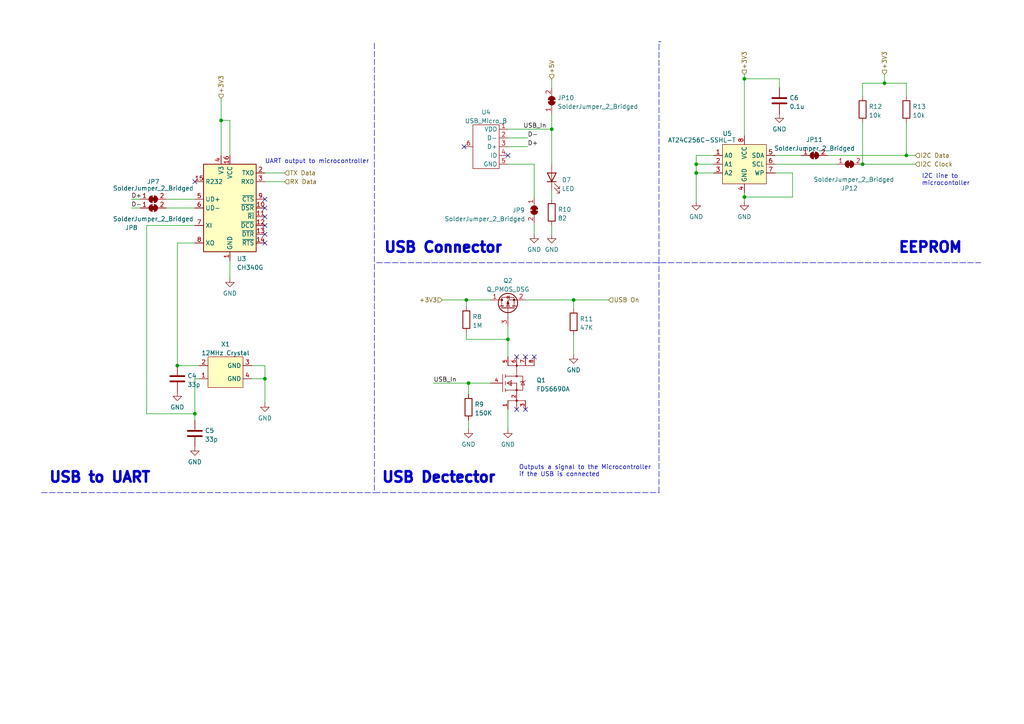
<source format=kicad_sch>
(kicad_sch (version 20211123) (generator eeschema)
  (paper "A4")
  (title_block (title "Microcontroller Interfacing") (date "2022-03-09") (rev "v1.0") (company "University of Cape Town") (comment 1 "Chips used here are EEPROM and FTDI chip (convert between USB connector and UART)") (comment 2 "External Pins connect to STM325f0 Discovery Board") (comment 3 "I2C is being used to connect EEPROM to microcontroller") (comment 4 "Authors: Heather Wimberley"))
  (lib_symbols
    (symbol "Device:C" (pin_numbers hide) (pin_names (offset 0.254))
      (property "Reference" "C" (at 0.635 2.54 0))
      (property "Value" "C" (at 0.635 -2.54 0))
      (symbol "C_0_1"
        (polyline (pts (xy -2.032 -0.762) (xy 2.032 -0.762)) (stroke (width 0.508)))
        (polyline (pts (xy -2.032 0.762) (xy 2.032 0.762)) (stroke (width 0.508)))
      )
      (symbol "C_1_1"
        (pin passive line (at 0 3.81 270) (length 2.794) (name "~") (number "1"))
        (pin passive line (at 0 -3.81 90) (length 2.794) (name "~") (number "2"))
      )
    )
    (symbol "Device:LED" (pin_numbers hide) (pin_names (offset 1.016) hide)
      (property "Reference" "D" (at 0 2.54 0))
      (property "Value" "LED" (at 0 -2.54 0))
      (symbol "LED_0_1"
        (polyline (pts (xy -1.27 -1.27) (xy -1.27 1.27)) (stroke (width 0.254)))
        (polyline (pts (xy -1.27 0) (xy 1.27 0)))
        (polyline (pts (xy 1.27 -1.27) (xy 1.27 1.27) (xy -1.27 0) (xy 1.27 -1.27)) (stroke (width 0.254)))
        (polyline (pts (xy -3.048 -0.762) (xy -4.572 -2.286) (xy -3.81 -2.286) (xy -4.572 -2.286) (xy -4.572 -1.524)))
        (polyline (pts (xy -1.778 -0.762) (xy -3.302 -2.286) (xy -2.54 -2.286) (xy -3.302 -2.286) (xy -3.302 -1.524)))
      )
      (symbol "LED_1_1"
        (pin passive line (at -3.81 0 0) (length 2.54) (name "K") (number "1"))
        (pin passive line (at 3.81 0 180) (length 2.54) (name "A") (number "2"))
      )
    )
    (symbol "Device:Q_PMOS_DSG" (pin_names (offset 0) hide)
      (property "Reference" "Q" (at 5.08 1.27 0))
      (property "Value" "Q_PMOS_DSG" (at 5.08 -1.27 0))
      (symbol "Q_PMOS_DSG_0_1"
        (polyline (pts (xy 0.254 0) (xy -2.54 0)))
        (polyline (pts (xy 0.254 1.905) (xy 0.254 -1.905)) (stroke (width 0.254)))
        (polyline (pts (xy 0.762 -1.27) (xy 0.762 -2.286)) (stroke (width 0.254)))
        (polyline (pts (xy 0.762 0.508) (xy 0.762 -0.508)) (stroke (width 0.254)))
        (polyline (pts (xy 0.762 2.286) (xy 0.762 1.27)) (stroke (width 0.254)))
        (polyline (pts (xy 2.54 2.54) (xy 2.54 1.778)))
        (polyline (pts (xy 2.54 -2.54) (xy 2.54 0) (xy 0.762 0)))
        (polyline (pts (xy 0.762 1.778) (xy 3.302 1.778) (xy 3.302 -1.778) (xy 0.762 -1.778)))
        (polyline (pts (xy 2.286 0) (xy 1.27 0.381) (xy 1.27 -0.381) (xy 2.286 0)) (fill (type outline)))
        (polyline (pts (xy 2.794 -0.508) (xy 2.921 -0.381) (xy 3.683 -0.381) (xy 3.81 -0.254)))
        (polyline (pts (xy 3.302 -0.381) (xy 2.921 0.254) (xy 3.683 0.254) (xy 3.302 -0.381)))
        (circle (center 1.651 0) (radius 2.794) (stroke (width 0.254)))
        (circle (center 2.54 -1.778) (radius 0.254) (fill (type outline)))
        (circle (center 2.54 1.778) (radius 0.254) (fill (type outline)))
      )
      (symbol "Q_PMOS_DSG_1_1"
        (pin passive line (at 2.54 5.08 270) (length 2.54) (name "D") (number "1"))
        (pin passive line (at 2.54 -5.08 90) (length 2.54) (name "S") (number "2"))
        (pin input line (at -5.08 0 0) (length 2.54) (name "G") (number "3"))
      )
    )
    (symbol "Device:R" (pin_numbers hide) (pin_names (offset 0))
      (property "Reference" "R" (at 2.032 0 90))
      (property "Value" "R" (at 0 0 90))
      (symbol "R_0_1"
        (rectangle (start -1.016 -2.54) (end 1.016 2.54) (stroke (width 0.254)))
      )
      (symbol "R_1_1"
        (pin passive line (at 0 3.81 270) (length 1.27) (name "~") (number "1"))
        (pin passive line (at 0 -3.81 90) (length 1.27) (name "~") (number "2"))
      )
    )
    (symbol "Interface_USB:CH340G"
      (property "Reference" "U" (at -5.08 13.97 0))
      (property "Value" "CH340G" (at 1.27 13.97 0))
      (symbol "CH340G_0_1"
        (rectangle (start -7.62 12.7) (end 7.62 -12.7) (stroke (width 0.254)) (fill (type background)))
      )
      (symbol "CH340G_1_1"
        (pin power_in line (at 0 -15.24 90) (length 2.54) (name "GND") (number "1"))
        (pin input line (at 10.16 0 180) (length 2.54) (name "~{DSR}") (number "10"))
        (pin input line (at 10.16 -2.54 180) (length 2.54) (name "~{RI}") (number "11"))
        (pin input line (at 10.16 -5.08 180) (length 2.54) (name "~{DCD}") (number "12"))
        (pin output line (at 10.16 -7.62 180) (length 2.54) (name "~{DTR}") (number "13"))
        (pin output line (at 10.16 -10.16 180) (length 2.54) (name "~{RTS}") (number "14"))
        (pin input line (at -10.16 7.62 0) (length 2.54) (name "R232") (number "15"))
        (pin power_in line (at 0 15.24 270) (length 2.54) (name "VCC") (number "16"))
        (pin output line (at 10.16 10.16 180) (length 2.54) (name "TXD") (number "2"))
        (pin input line (at 10.16 7.62 180) (length 2.54) (name "RXD") (number "3"))
        (pin passive line (at -2.54 15.24 270) (length 2.54) (name "V3") (number "4"))
        (pin bidirectional line (at -10.16 2.54 0) (length 2.54) (name "UD+") (number "5"))
        (pin bidirectional line (at -10.16 0 0) (length 2.54) (name "UD-") (number "6"))
        (pin input line (at -10.16 -5.08 0) (length 2.54) (name "XI") (number "7"))
        (pin output line (at -10.16 -10.16 0) (length 2.54) (name "XO") (number "8"))
        (pin input line (at 10.16 2.54 180) (length 2.54) (name "~{CTS}") (number "9"))
      )
    )
    (symbol "Jumper:SolderJumper_2_Bridged" (pin_names (offset 0) hide)
      (property "Reference" "JP" (at 0 2.032 0))
      (property "Value" "SolderJumper_2_Bridged" (at 0 -2.54 0))
      (symbol "SolderJumper_2_Bridged_0_1"
        (rectangle (start -0.508 0.508) (end 0.508 -0.508) (fill (type outline)))
        (arc (start -0.254 1.016) (mid -1.27 0) (end -0.254 -1.016))
        (arc (start -0.254 1.016) (mid -1.27 0) (end -0.254 -1.016) (fill (type outline)))
        (polyline (pts (xy -0.254 1.016) (xy -0.254 -1.016)))
        (polyline (pts (xy 0.254 1.016) (xy 0.254 -1.016)))
        (arc (start 0.254 -1.016) (mid 1.27 0) (end 0.254 1.016))
        (arc (start 0.254 -1.016) (mid 1.27 0) (end 0.254 1.016) (fill (type outline)))
      )
      (symbol "SolderJumper_2_Bridged_1_1"
        (pin passive line (at -3.81 0 0) (length 2.54) (name "A") (number "1"))
        (pin passive line (at 3.81 0 180) (length 2.54) (name "B") (number "2"))
      )
    )
    (symbol "Symbol_EEE3088F:12MHz_SMD_Crystal"
      (property "Reference" "X" (at 0 6.35 0))
      (property "Value" "12MHz_SMD_Crystal" (at 0 -8.89 0))
      (symbol "12MHz_SMD_Crystal_0_1"
        (rectangle (start -5.08 3.81) (end 5.08 -5.08) (stroke (width 0.1524)) (fill (type background)))
      )
      (symbol "12MHz_SMD_Crystal_1_1"
        (pin input line (at -7.62 -2.54 0) (length 2.54) (name "") (number "1"))
        (pin input line (at -7.62 1.27 0) (length 2.54) (name "") (number "2"))
        (pin input line (at 7.62 1.27 180) (length 2.54) (name "GND") (number "3"))
        (pin input line (at 7.62 -2.54 180) (length 2.54) (name "GND") (number "4"))
      )
    )
    (symbol "Symbol_EEE3088F:AT24C256C-SSHL-T"
      (property "Reference" "U" (at -5.08 -7.62 0))
      (property "Value" "AT24C256C-SSHL-T" (at 12.065 6.985 0))
      (symbol "AT24C256C-SSHL-T_0_1"
        (rectangle (start -6.35 5.715) (end 6.35 -5.715) (stroke (width 0.1524)) (fill (type background)))
      )
      (symbol "AT24C256C-SSHL-T_1_1"
        (pin input line (at -8.89 2.54 0) (length 2.54) (name "A0") (number "1"))
        (pin input line (at -8.89 0 0) (length 2.54) (name "A1") (number "2"))
        (pin input line (at -8.89 -2.54 0) (length 2.54) (name "A2") (number "3"))
        (pin input line (at 0 -8.255 90) (length 2.54) (name "GND") (number "4"))
        (pin input line (at 8.89 2.54 180) (length 2.54) (name "SDA") (number "5"))
        (pin input line (at 8.89 0 180) (length 2.54) (name "SCL") (number "6"))
        (pin input line (at 8.89 -2.54 180) (length 2.54) (name "WP") (number "7"))
        (pin input line (at 0 8.255 270) (length 2.54) (name "VCC") (number "8"))
      )
    )
    (symbol "Symbol_EEE3088F:FDS6690A" (pin_names (offset 1.016))
      (property "Reference" "Q" (at 0 10.16 0))
      (property "Value" "FDS6690A" (at 0 12.7 0))
      (symbol "FDS6690A_1_1"
        (polyline (pts (xy 6.096 -2.54) (xy 6.096 2.54)))
        (polyline (pts (xy 6.858 -2.032) (xy 10.16 -2.032)))
        (polyline (pts (xy 6.858 -1.524) (xy 6.858 -2.54)))
        (polyline (pts (xy 6.858 0.508) (xy 6.858 -0.508)))
        (polyline (pts (xy 6.858 1.524) (xy 6.858 2.54)))
        (polyline (pts (xy 6.858 2.032) (xy 10.16 2.032)))
        (polyline (pts (xy 7.366 0) (xy 8.636 -0.762)))
        (polyline (pts (xy 7.366 0) (xy 8.636 0.762)))
        (polyline (pts (xy 7.62 -5.08) (xy 12.7 -5.08)))
        (polyline (pts (xy 7.62 0) (xy 10.16 0)))
        (polyline (pts (xy 7.62 5.08) (xy 15.24 5.08)))
        (polyline (pts (xy 8.382 0.254) (xy 8.382 -0.508)))
        (polyline (pts (xy 8.636 0.762) (xy 8.636 -0.762)))
        (polyline (pts (xy 10.16 -2.032) (xy 11.938 -2.032)))
        (polyline (pts (xy 10.16 5.08) (xy 10.16 2.54)))
        (polyline (pts (xy 11.43 -0.508) (xy 12.446 -0.508)))
        (polyline (pts (xy 11.43 0.508) (xy 11.176 0.254)))
        (polyline (pts (xy 11.938 -2.032) (xy 11.938 2.032)))
        (polyline (pts (xy 11.938 0.508) (xy 11.43 -0.508)))
        (polyline (pts (xy 11.938 0.508) (xy 11.43 0.508)))
        (polyline (pts (xy 11.938 0.508) (xy 12.446 0.508)))
        (polyline (pts (xy 11.938 2.032) (xy 10.16 2.032)))
        (polyline (pts (xy 12.446 -0.508) (xy 11.938 0.508)))
        (polyline (pts (xy 12.446 0.508) (xy 12.7 0.762)))
        (circle (center 10.16 -5.08) (radius 0.254))
        (circle (center 10.16 -2.032) (radius 0.254))
        (circle (center 10.16 2.032) (radius 0.254))
        (circle (center 10.16 5.08) (radius 0.254))
        (pin unspecified line (at 7.62 -7.62 90) (length 2.54) (name "S") (number "1"))
        (pin unspecified line (at 10.16 -7.62 90) (length 7.62) (name "S") (number "2"))
        (pin unspecified line (at 12.7 -7.62 90) (length 2.54) (name "S") (number "3"))
        (pin unspecified line (at 2.54 0 0) (length 3.556) (name "G") (number "4"))
        (pin unspecified line (at 7.62 7.62 270) (length 2.54) (name "D") (number "5"))
        (pin unspecified line (at 10.16 7.62 270) (length 2.54) (name "D") (number "6"))
        (pin unspecified line (at 12.7 7.62 270) (length 2.54) (name "D") (number "7"))
        (pin unspecified line (at 15.24 7.62 270) (length 2.54) (name "D") (number "8"))
      )
    )
    (symbol "Symbol_EEE3088F:USB_Micro_B_Female_Connector"
      (property "Reference" "U4" (at 1.27 9.999 0))
      (property "Value" "USB_Micro_B" (at 1.27 7.4621 0))
      (symbol "USB_Micro_B_Female_Connector_0_1"
        (rectangle (start 5.08 6.35) (end -2.54 -6.35) (stroke (width 0.1524)))
      )
      (symbol "USB_Micro_B_Female_Connector_1_1"
        (pin power_out line (at 7.62 5.08 180) (length 2.54) (name "VDD") (number "1"))
        (pin input line (at 7.62 2.54 180) (length 2.54) (name "D-") (number "2"))
        (pin input line (at 7.62 0 180) (length 2.54) (name "D+") (number "3"))
        (pin input line (at 7.62 -2.54 180) (length 2.54) (name "ID") (number "4"))
        (pin input line (at 7.62 -5.08 180) (length 2.54) (name "GND") (number "5"))
        (pin input line (at -5.08 0 0) (length 2.54) (name "") (number "6"))
      )
    )
    (symbol "power:GND" (power) (pin_names (offset 0))
      (property "Value" "GND" (at 0 -3.81 0))
      (symbol "GND_0_1"
        (polyline (pts (xy 0 0) (xy 0 -1.27) (xy 1.27 -1.27) (xy 0 -2.54) (xy -1.27 -1.27) (xy 0 -1.27)))
      )
      (symbol "GND_1_1"
        (pin power_in line (at 0 0 270) (length 0) hide (name "GND") (number "1"))
      )
    )
  )
  (junction (at 201.93 47.625))
  (junction (at 51.435 106.045))
  (junction (at 215.9 22.86))
  (junction (at 76.835 109.855))
  (junction (at 256.54 24.13))
  (junction (at 160.02 37.465))
  (junction (at 201.93 50.165))
  (junction (at 56.515 120.015))
  (junction (at 135.89 111.125))
  (junction (at 262.89 45.085))
  (junction (at 147.32 98.425))
  (junction (at 166.37 86.995))
  (junction (at 64.135 34.925))
  (junction (at 215.9 57.15))
  (junction (at 135.255 86.995))
  (junction (at 250.19 47.625))
  (no_connect (at 76.835 57.785))
  (no_connect (at 76.835 70.485))
  (no_connect (at 76.835 67.945))
  (no_connect (at 76.835 65.405))
  (no_connect (at 76.835 62.865))
  (no_connect (at 76.835 60.325))
  (no_connect (at 56.515 52.705))
  (no_connect (at 134.62 42.545))
  (no_connect (at 147.32 45.085))
  (no_connect (at 149.86 103.505))
  (no_connect (at 152.4 103.505))
  (no_connect (at 154.94 103.505))
  (no_connect (at 152.4 118.745))
  (no_connect (at 149.86 118.745))
  (wire (pts (xy 51.435 106.045) (xy 57.785 106.045)))
  (wire (pts (xy 166.37 86.995) (xy 176.53 86.995)))
  (wire (pts (xy 76.835 109.855) (xy 76.835 116.84)))
  (wire (pts (xy 57.785 109.855) (xy 56.515 109.855)))
  (polyline (pts (xy 191.135 76.2) (xy 191.135 12.065)))
  (wire (pts (xy 160.02 22.86) (xy 160.02 25.4)))
  (wire (pts (xy 76.835 50.165) (xy 82.55 50.165)))
  (wire (pts (xy 38.1 60.325) (xy 40.64 60.325)))
  (wire (pts (xy 66.675 75.565) (xy 66.675 80.645)))
  (wire (pts (xy 201.93 45.085) (xy 201.93 47.625)))
  (polyline (pts (xy 191.135 142.875) (xy 191.135 76.2)))
  (wire (pts (xy 48.26 57.785) (xy 56.515 57.785)))
  (polyline (pts (xy 191.135 12.065) (xy 191.77 12.065)))
  (polyline (pts (xy 12.065 142.875) (xy 108.585 142.875)))
  (polyline (pts (xy 108.585 142.24) (xy 108.585 12.065)))
  (wire (pts (xy 224.79 45.085) (xy 232.41 45.085)))
  (wire (pts (xy 250.19 24.13) (xy 250.19 27.94)))
  (wire (pts (xy 201.93 45.085) (xy 207.01 45.085)))
  (wire (pts (xy 147.32 37.465) (xy 160.02 37.465)))
  (wire (pts (xy 42.545 65.405) (xy 42.545 120.015)))
  (wire (pts (xy 64.135 28.575) (xy 64.135 34.925)))
  (wire (pts (xy 166.37 97.155) (xy 166.37 102.87)))
  (wire (pts (xy 256.54 24.13) (xy 262.89 24.13)))
  (wire (pts (xy 201.93 47.625) (xy 201.93 50.165)))
  (wire (pts (xy 256.54 21.59) (xy 256.54 24.13)))
  (wire (pts (xy 76.835 52.705) (xy 82.55 52.705)))
  (wire (pts (xy 224.79 47.625) (xy 242.57 47.625)))
  (wire (pts (xy 152.4 86.995) (xy 166.37 86.995)))
  (wire (pts (xy 226.06 22.86) (xy 226.06 25.4)))
  (wire (pts (xy 56.515 120.015) (xy 42.545 120.015)))
  (wire (pts (xy 125.73 111.125) (xy 135.89 111.125)))
  (wire (pts (xy 201.93 50.165) (xy 201.93 58.42)))
  (wire (pts (xy 51.435 70.485) (xy 51.435 106.045)))
  (wire (pts (xy 147.32 94.615) (xy 147.32 98.425)))
  (wire (pts (xy 262.89 27.94) (xy 262.89 24.13)))
  (wire (pts (xy 135.255 86.995) (xy 142.24 86.995)))
  (wire (pts (xy 147.32 98.425) (xy 147.32 103.505)))
  (wire (pts (xy 201.93 50.165) (xy 207.01 50.165)))
  (wire (pts (xy 147.32 42.545) (xy 153.035 42.545)))
  (wire (pts (xy 160.02 33.02) (xy 160.02 37.465)))
  (wire (pts (xy 135.89 121.92) (xy 135.89 124.46)))
  (wire (pts (xy 215.9 22.86) (xy 226.06 22.86)))
  (wire (pts (xy 38.1 57.785) (xy 40.64 57.785)))
  (wire (pts (xy 51.435 70.485) (xy 56.515 70.485)))
  (wire (pts (xy 66.675 45.085) (xy 66.675 34.925)))
  (wire (pts (xy 215.9 21.59) (xy 215.9 22.86)))
  (wire (pts (xy 76.835 106.045) (xy 76.835 109.855)))
  (wire (pts (xy 166.37 86.995) (xy 166.37 89.535)))
  (wire (pts (xy 73.025 106.045) (xy 76.835 106.045)))
  (wire (pts (xy 154.94 47.625) (xy 154.94 57.15)))
  (wire (pts (xy 262.89 35.56) (xy 262.89 45.085)))
  (wire (pts (xy 147.32 40.005) (xy 153.035 40.005)))
  (polyline (pts (xy 109.22 76.2) (xy 284.48 76.2)))
  (wire (pts (xy 147.32 98.425) (xy 135.255 98.425)))
  (wire (pts (xy 56.515 109.855) (xy 56.515 120.015)))
  (wire (pts (xy 160.02 55.245) (xy 160.02 57.785)))
  (wire (pts (xy 215.9 55.88) (xy 215.9 57.15)))
  (wire (pts (xy 48.26 60.325) (xy 56.515 60.325)))
  (wire (pts (xy 262.89 45.085) (xy 265.43 45.085)))
  (wire (pts (xy 147.32 47.625) (xy 154.94 47.625)))
  (wire (pts (xy 256.54 24.13) (xy 250.19 24.13)))
  (polyline (pts (xy 108.585 142.875) (xy 191.135 142.875)))
  (wire (pts (xy 64.135 34.925) (xy 64.135 45.085)))
  (wire (pts (xy 240.03 45.085) (xy 262.89 45.085)))
  (wire (pts (xy 229.87 57.15) (xy 215.9 57.15)))
  (wire (pts (xy 135.255 88.9) (xy 135.255 86.995)))
  (wire (pts (xy 135.255 98.425) (xy 135.255 96.52)))
  (wire (pts (xy 160.02 65.405) (xy 160.02 67.945)))
  (wire (pts (xy 160.02 37.465) (xy 160.02 47.625)))
  (wire (pts (xy 76.835 109.855) (xy 73.025 109.855)))
  (wire (pts (xy 215.9 57.15) (xy 215.9 58.42)))
  (wire (pts (xy 64.135 34.925) (xy 66.675 34.925)))
  (wire (pts (xy 42.545 65.405) (xy 56.515 65.405)))
  (wire (pts (xy 250.19 35.56) (xy 250.19 47.625)))
  (wire (pts (xy 215.9 22.86) (xy 215.9 39.37)))
  (wire (pts (xy 224.79 50.165) (xy 229.87 50.165)))
  (wire (pts (xy 229.87 50.165) (xy 229.87 57.15)))
  (wire (pts (xy 135.255 86.995) (xy 128.27 86.995)))
  (wire (pts (xy 135.89 111.125) (xy 135.89 114.3)))
  (wire (pts (xy 135.89 111.125) (xy 142.24 111.125)))
  (wire (pts (xy 147.32 118.745) (xy 147.32 124.46)))
  (wire (pts (xy 201.93 47.625) (xy 207.01 47.625)))
  (wire (pts (xy 154.94 64.77) (xy 154.94 67.945)))
  (wire (pts (xy 56.515 120.015) (xy 56.515 121.92)))
  (wire (pts (xy 250.19 47.625) (xy 265.43 47.625)))
  (text "USB Dectector\n" (at 110.49 140.335 0) (effects (font (size 3 3) (thickness 0.8) bold) (justify left bottom)))
  (text "EEPROM" (at 260.35 73.66 0) (effects (font (size 3 3) (thickness 0.8) bold) (justify left bottom)))
  (text "USB to UART" (at 13.97 140.335 0) (effects (font (size 3 3) (thickness 0.8) bold) (justify left bottom)))
  (text "UART output to microcontroller" (at 76.835 47.625 0) (effects (font (size 1.27 1.27)) (justify left bottom)))
  (text "I2C line to \nmicrocontoller" (at 267.335 53.975 0) (effects (font (size 1.27 1.27)) (justify left bottom)))
  (text "USB Connector\n" (at 111.125 73.66 0) (effects (font (size 3 3) (thickness 0.8) bold) (justify left bottom)))
  (text "Outputs a signal to the Microcontroller \nif the USB is connected" (at 150.495 138.43 0) (effects (font (size 1.27 1.27)) (justify left bottom)))
  (label "D-" (at 153.035 40.005 0))
  (label "D-" (at 38.1 60.325 0))
  (label "USB_In" (at 125.73 111.125 0))
  (label "D+" (at 153.035 42.545 0))
  (label "D+" (at 38.1 57.785 0))
  (label "USB_In" (at 151.765 37.465 0))
  (hierarchical_label "I2C Clock" (shape input) (at 265.43 47.625 0))
  (hierarchical_label "I2C Data" (shape input) (at 265.43 45.085 0))
  (hierarchical_label "+3V3" (shape input) (at 128.27 86.995 180))
  (hierarchical_label "USB On" (shape input) (at 176.53 86.995 0))
  (hierarchical_label "+5V" (shape input) (at 160.02 22.86 90))
  (hierarchical_label "RX Data" (shape input) (at 82.55 52.705 0))
  (hierarchical_label "+3V3" (shape input) (at 64.135 28.575 90))
  (hierarchical_label "+3V3" (shape input) (at 215.9 21.59 90))
  (hierarchical_label "+3V3" (shape input) (at 256.54 21.59 90))
  (hierarchical_label "TX Data" (shape input) (at 82.55 50.165 0))
  (symbol (lib_id "power:GND") (at 215.9 58.42 0) (unit 1)
    (property "Reference" "#PWR035" (effects hide))
    (property "Value" "GND" (at 215.9 62.8634 0))
  )
  (symbol (lib_id "Device:Q_PMOS_DSG") (at 147.32 89.535 90) (unit 1)
    (property "Reference" "Q2" (at 147.32 81.3902 90))
    (property "Value" "Q_PMOS_DSG" (at 147.32 83.9271 90))
  )
  (symbol (lib_id "power:GND") (at 56.515 129.54 0) (unit 1)
    (property "Reference" "#PWR026" (effects hide))
    (property "Value" "GND" (at 56.515 133.9834 0))
  )
  (symbol (lib_id "Device:C") (at 51.435 109.855 0) (unit 1)
    (property "Reference" "C4" (at 54.356 109.0203 0) (effects (justify left)))
    (property "Value" "33p" (at 54.356 111.5572 0) (effects (justify left)))
    (property "Footprint" "Footprint_EEE3088F:C0402" (effects hide))
    (property "JLC Part #" "C1562" (effects hide))
    (property "Price" "$0.0012" (effects hide))
    (property "Extended/Basic" "B" (effects hide))
  )
  (symbol (lib_id "Jumper:SolderJumper_2_Bridged") (at 44.45 60.325 0) (unit 1)
    (property "Reference" "JP8" (at 38.1 66.04 0))
    (property "Value" "SolderJumper_2_Bridged" (at 44.45 63.5 0))
    (property "Footprint" "Jumper:SolderJumper-2_P1.3mm_Bridged2Bar_Pad1.0x1.5mm" (effects hide))
  )
  (symbol (lib_id "Symbol_EEE3088F:USB_Micro_B_Female_Connector") (at 139.7 42.545 0) (unit 1)
    (property "Reference" "U4" (at 140.97 32.546 0))
    (property "Value" "USB_Micro_B" (at 140.97 35.0829 0))
    (property "Footprint" "Footprint_EEE3088F:MICRO-USB-SMD_U254-051T-4BH83-S1S" (effects hide))
    (property "Populate" "P" (effects hide))
    (property "JLC Part #" "C319160" (effects hide))
    (property "Price" "$0.0673" (effects hide))
    (property "Extended/Basic" "E" (effects hide))
  )
  (symbol (lib_id "Device:R") (at 135.255 92.71 0) (unit 1)
    (property "Reference" "R8" (at 137.033 91.8753 0) (effects (justify left)))
    (property "Value" "1M" (at 137.033 94.4122 0) (effects (justify left)))
    (property "Footprint" "Footprint_EEE3088F:R0603" (effects hide))
    (property "JLC Part #" "C23255" (effects hide))
    (property "Price" "$0.0014" (effects hide))
    (property "Extended/Basic" "B" (effects hide))
  )
  (symbol (lib_id "power:GND") (at 166.37 102.87 0) (unit 1)
    (property "Reference" "#PWR033" (effects hide))
    (property "Value" "GND" (at 166.37 107.3134 0))
  )
  (symbol (lib_id "Jumper:SolderJumper_2_Bridged") (at 154.94 60.96 270) (unit 1)
    (property "Reference" "JP9" (at 148.59 60.96 90) (effects (justify left)))
    (property "Value" "SolderJumper_2_Bridged" (at 128.905 63.5 90) (effects (justify left)))
    (property "Footprint" "Jumper:SolderJumper-2_P1.3mm_Bridged2Bar_Pad1.0x1.5mm" (effects hide))
  )
  (symbol (lib_id "Device:C") (at 226.06 29.21 0) (unit 1)
    (property "Reference" "C6" (at 228.981 28.3753 0) (effects (justify left)))
    (property "Value" "0.1u" (at 228.981 30.9122 0) (effects (justify left)))
    (property "Footprint" "Connector_PinHeader_1.00mm:PinHeader_1x02_P1.00mm_Vertical" (effects hide))
    (property "JLC Part #" "C1525" (effects hide))
    (property "Price" "$0.0011" (effects hide))
    (property "Extended/Basic" "B" (effects hide))
  )
  (symbol (lib_id "power:GND") (at 147.32 124.46 0) (unit 1)
    (property "Reference" "#PWR030" (effects hide))
    (property "Value" "GND" (at 147.32 128.9034 0))
  )
  (symbol (lib_id "power:GND") (at 226.06 33.02 0) (unit 1)
    (property "Reference" "#PWR03" (effects hide))
    (property "Value" "GND" (at 226.06 37.4634 0))
  )
  (symbol (lib_id "Symbol_EEE3088F:AT24C256C-SSHL-T") (at 215.9 47.625 0) (unit 1)
    (property "Reference" "U5" (at 209.55 38.735 0) (effects (justify left)))
    (property "Value" "AT24C256C-SSHL-T" (at 193.675 40.64 0) (effects (justify left)))
    (property "Footprint" "Footprint_EEE3088F:SOIC-8_L4.9-W3.9-P1.27-LS6.0-BL" (effects hide))
    (property "Populate" "P" (effects hide))
    (property "JLC Part #" "C6482" (effects hide))
    (property "Price" "$1.5556" (effects hide))
    (property "Extended/Basic" "B" (effects hide))
  )
  (symbol (lib_id "Symbol_EEE3088F:12MHz_SMD_Crystal") (at 65.405 107.315 0) (unit 1)
    (property "Reference" "X1" (at 65.405 99.856 0))
    (property "Value" "12MHz Crystal" (at 65.405 102.3929 0))
    (property "Footprint" "Footprint_EEE3088F:OSC-SMD_4P-L3.2-W2.5-BL" (effects hide))
    (property "Populate" "P" (effects hide))
    (property "JLC Part #" "C9002" (effects hide))
    (property "Price" "$0.1054" (effects hide))
    (property "Extended/Basic" "B" (effects hide))
  )
  (symbol (lib_id "Jumper:SolderJumper_2_Bridged") (at 44.45 57.785 0) (unit 1)
    (property "Reference" "JP7" (at 44.45 52.705 0))
    (property "Value" "SolderJumper_2_Bridged" (at 44.45 54.61 0))
    (property "Footprint" "Jumper:SolderJumper-2_P1.3mm_Bridged2Bar_Pad1.0x1.5mm" (effects hide))
  )
  (symbol (lib_id "Device:R") (at 262.89 31.75 0) (unit 1)
    (property "Reference" "R13" (at 264.668 30.9153 0) (effects (justify left)))
    (property "Value" "10k" (at 264.668 33.4522 0) (effects (justify left)))
    (property "Footprint" "Footprint_EEE3088F:R0402" (effects hide))
    (property "JLC Part #" "C25744" (effects hide))
    (property "Price" "$0.0007" (effects hide))
    (property "Extended/Basic" "B" (effects hide))
  )
  (symbol (lib_id "Device:R") (at 250.19 31.75 0) (unit 1)
    (property "Reference" "R12" (at 251.968 30.9153 0) (effects (justify left)))
    (property "Value" "10k" (at 251.968 33.4522 0) (effects (justify left)))
    (property "Footprint" "Footprint_EEE3088F:R0402" (effects hide))
    (property "JLC Part #" "C25744" (effects hide))
    (property "Price" "$0.0007" (effects hide))
    (property "Extended/Basic" "B" (effects hide))
  )
  (symbol (lib_id "power:GND") (at 76.835 116.84 0) (unit 1)
    (property "Reference" "#PWR028" (effects hide))
    (property "Value" "GND" (at 76.835 121.2834 0))
  )
  (symbol (lib_id "power:GND") (at 135.89 124.46 0) (unit 1)
    (property "Reference" "#PWR029" (effects hide))
    (property "Value" "GND" (at 135.89 128.9034 0))
  )
  (symbol (lib_id "power:GND") (at 66.675 80.645 0) (unit 1)
    (property "Reference" "#PWR027" (effects hide))
    (property "Value" "GND" (at 66.675 85.0884 0))
  )
  (symbol (lib_id "Device:R") (at 160.02 61.595 0) (unit 1)
    (property "Reference" "R10" (at 161.798 60.7603 0) (effects (justify left)))
    (property "Value" "82" (at 161.798 63.2972 0) (effects (justify left)))
    (property "Footprint" "Footprint_EEE3088F:R0603" (effects hide))
    (property "JLC Part #" "C23255" (effects hide))
    (property "Price" "$0.0014" (effects hide))
    (property "Extended/Basic" "B" (effects hide))
  )
  (symbol (lib_id "power:GND") (at 154.94 67.945 0) (unit 1)
    (property "Reference" "#PWR031" (effects hide))
    (property "Value" "GND" (at 154.94 72.3884 0))
  )
  (symbol (lib_id "Symbol_EEE3088F:FDS6690A") (at 139.7 111.125 0) (unit 1)
    (property "Reference" "Q1" (at 155.575 110.2903 0) (effects (justify left)))
    (property "Value" "FDS6690A" (at 155.575 112.8272 0) (effects (justify left)))
    (property "Footprint" "ON_Semi-CASE_751EB-0-0-*" (effects hide))
    (property "Datasheet" "http://www.onsemi.ru.com/pub/Collateral/FDS6690A-D.PDF" (effects hide))
    (property "category" "Trans" (effects hide))
    (property "digikey description" "N-Channel 30V 11A (Ta) 2.5W (Ta) Surface Mount 8-SO" (effects hide))
    (property "digikey part number" "FDS6690ACT-ND" (effects hide))
    (property "lead free" "yes" (effects hide))
    (property "library id" "f343f3e1ec73a186" (effects hide))
    (property "manufacturer" "ON Semi" (effects hide))
    (property "mouser part number" "512-FDS6690A" (effects hide))
    (property "package" "SO8" (effects hide))
    (property "rohs" "yes" (effects hide))
    (property "temperature range high" "+150°C" (effects hide))
    (property "temperature range low" "-55°C" (effects hide))
  )
  (symbol (lib_id "power:GND") (at 51.435 113.665 0) (unit 1)
    (property "Reference" "#PWR025" (effects hide))
    (property "Value" "GND" (at 51.435 118.1084 0))
  )
  (symbol (lib_id "Device:C") (at 56.515 125.73 0) (unit 1)
    (property "Reference" "C5" (at 59.436 124.8953 0) (effects (justify left)))
    (property "Value" "33p" (at 59.436 127.4322 0) (effects (justify left)))
    (property "Footprint" "Footprint_EEE3088F:C0402" (effects hide))
    (property "JLC Part #" "C1562" (effects hide))
    (property "Price" "$0.0012" (effects hide))
    (property "Extended/Basic" "B" (effects hide))
  )
  (symbol (lib_id "Interface_USB:CH340G") (at 66.675 60.325 0) (unit 1)
    (property "Reference" "U3" (at 68.6944 75.0554 0) (effects (justify left)))
    (property "Value" "CH340G" (at 68.6944 77.5923 0) (effects (justify left)))
    (property "Footprint" "Package_SO:SOIC-16_3.9x9.9mm_P1.27mm" (effects hide))
    (property "Datasheet" "http://www.datasheet5.com/pdf-local-2195953" (effects hide))
    (property "Populate" "P" (effects hide))
    (property "JLC Part #" "C14267" (effects hide))
    (property "Price" "$0.5856" (effects hide))
    (property "Extended/Basic" "E" (effects hide))
  )
  (symbol (lib_id "power:GND") (at 160.02 67.945 0) (unit 1)
    (property "Reference" "#PWR032" (effects hide))
    (property "Value" "GND" (at 160.02 72.3884 0))
  )
  (symbol (lib_id "Jumper:SolderJumper_2_Bridged") (at 160.02 29.21 90) (unit 1)
    (property "Reference" "JP10" (at 161.671 28.3753 90) (effects (justify right)))
    (property "Value" "SolderJumper_2_Bridged" (at 161.671 30.9122 90) (effects (justify right)))
    (property "Footprint" "Jumper:SolderJumper-2_P1.3mm_Bridged2Bar_Pad1.0x1.5mm" (effects hide))
  )
  (symbol (lib_id "Device:R") (at 166.37 93.345 0) (unit 1)
    (property "Reference" "R11" (at 168.148 92.5103 0) (effects (justify left)))
    (property "Value" "47K" (at 168.148 95.0472 0) (effects (justify left)))
    (property "Footprint" "Footprint_EEE3088F:R0603" (effects hide))
    (property "JLC Part #" "C23255" (effects hide))
    (property "Price" "$0.0014" (effects hide))
    (property "Extended/Basic" "B" (effects hide))
  )
  (symbol (lib_id "Jumper:SolderJumper_2_Bridged") (at 246.38 47.625 0) (unit 1)
    (property "Reference" "JP12" (at 246.38 54.61 0))
    (property "Value" "SolderJumper_2_Bridged" (at 247.65 52.07 0))
    (property "Footprint" "Jumper:SolderJumper-2_P1.3mm_Bridged2Bar_Pad1.0x1.5mm" (effects hide))
  )
  (symbol (lib_id "Device:R") (at 135.89 118.11 0) (unit 1)
    (property "Reference" "R9" (at 137.668 117.2753 0) (effects (justify left)))
    (property "Value" "150K" (at 137.668 119.8122 0) (effects (justify left)))
    (property "Footprint" "Footprint_EEE3088F:R0603" (effects hide))
    (property "JLC Part #" "C23255" (effects hide))
    (property "Price" "$0.0014" (effects hide))
    (property "Extended/Basic" "B" (effects hide))
  )
  (symbol (lib_id "Jumper:SolderJumper_2_Bridged") (at 236.22 45.085 0) (unit 1)
    (property "Reference" "JP11" (at 236.22 40.4962 0))
    (property "Value" "SolderJumper_2_Bridged" (at 236.22 43.0331 0))
    (property "Footprint" "Jumper:SolderJumper-2_P1.3mm_Bridged2Bar_Pad1.0x1.5mm" (effects hide))
  )
  (symbol (lib_id "power:GND") (at 201.93 58.42 0) (unit 1)
    (property "Reference" "#PWR034" (effects hide))
    (property "Value" "GND" (at 201.93 62.8634 0))
  )
  (symbol (lib_id "Device:LED") (at 160.02 51.435 90) (unit 1)
    (property "Reference" "D7" (at 162.941 52.1878 90) (effects (justify right)))
    (property "Value" "LED" (at 162.941 54.7247 90) (effects (justify right)))
    (property "Footprint" "Footprint_EEE3088F:LED0603-R-RD" (effects hide))
    (property "JLC Part #" "C2286" (effects hide))
    (property "Price" "$0.0032" (effects hide))
    (property "Extended/Basic" "B" (effects hide))
  )
)
</source>
